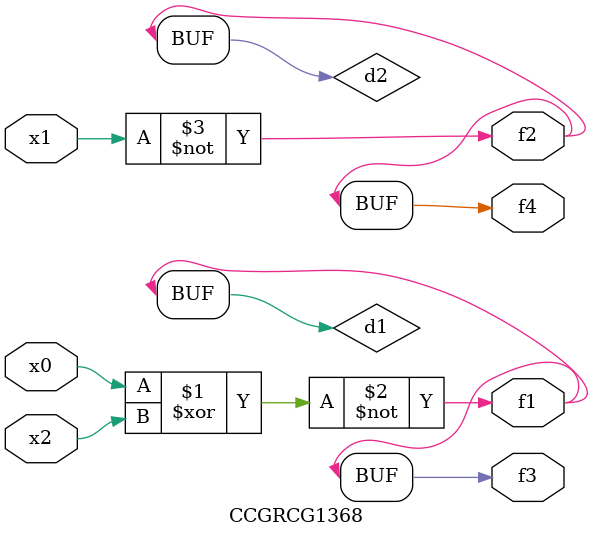
<source format=v>
module CCGRCG1368(
	input x0, x1, x2,
	output f1, f2, f3, f4
);

	wire d1, d2, d3;

	xnor (d1, x0, x2);
	nand (d2, x1);
	nor (d3, x1, x2);
	assign f1 = d1;
	assign f2 = d2;
	assign f3 = d1;
	assign f4 = d2;
endmodule

</source>
